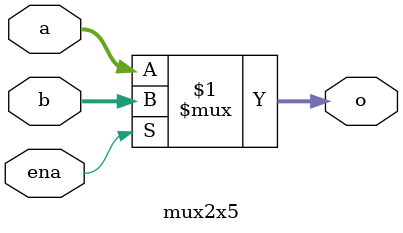
<source format=v>
`timescale 1ns / 1ps
module mux2x5(
    input [4:0]a,
    input [4:0]b,
    input ena,
    output [4:0]o
    );
    assign o=ena?b:a;
endmodule

</source>
